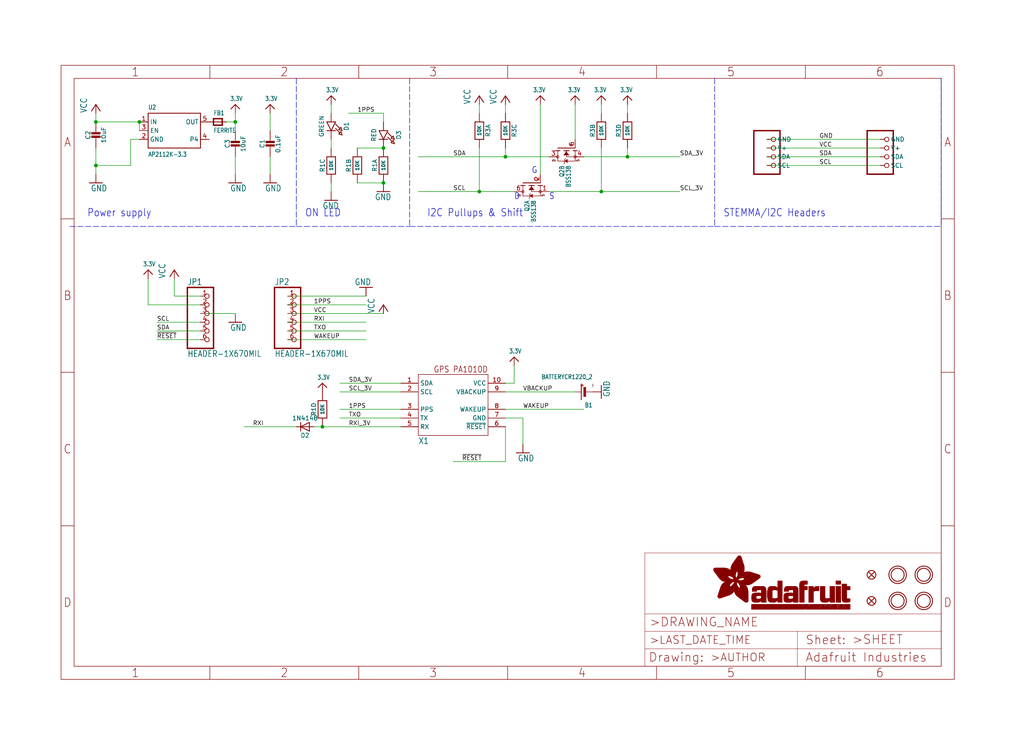
<source format=kicad_sch>
(kicad_sch (version 20211123) (generator eeschema)
  (paper "User" 298.45 217.881)
  (lib_symbols
    (symbol "eagleSchem-eagle-import:3.3V" (power)
      (property "Value" "3.3V" (at -1.524 1.016 0))
      (symbol "3.3V_1_0"
        (pin power_in line (at 0 -2.54 90) (length 2.54) (name "3.3V") (number "1"))
      )
    )
    (symbol "eagleSchem-eagle-import:BATTERYCR1220_2"
      (property "Reference" "B" (at -2.54 3.175 0))
      (property "Value" "BATTERYCR1220_2" (at -2.54 -5.08 0))
      (symbol "BATTERYCR1220_2_1_0"
        (text "+" (at 1.27 -1.143 900) (effects (font (size 1.27 1.0795)) (justify right top)))
        (text "-" (at -1.778 -1.143 900) (effects (font (size 1.27 1.0795)) (justify right top)))
        (pin passive line (at 2.54 0 180) (length 0) (name "+") (number "+"))
        (pin passive line (at -2.54 0 0) (length 0) (name "-") (number "-"))
      )
    )
    (symbol "eagleSchem-eagle-import:CAP_CERAMIC0603_NO"
      (property "Reference" "C" (at -2.29 1.25 90))
      (property "Value" "CAP_CERAMIC0603_NO" (at 2.3 1.25 90))
      (symbol "CAP_CERAMIC0603_NO_1_0"
        (pin passive line (at 0 5.08 270) (length 2.54) (name "1") (number "1"))
        (pin passive line (at 0 -2.54 90) (length 2.54) (name "2") (number "2"))
      )
    )
    (symbol "eagleSchem-eagle-import:CAP_CERAMIC0805-NOOUTLINE"
      (property "Reference" "C" (at -2.29 1.25 90))
      (property "Value" "CAP_CERAMIC0805-NOOUTLINE" (at 2.3 1.25 90))
      (symbol "CAP_CERAMIC0805-NOOUTLINE_1_0"
        (pin passive line (at 0 5.08 270) (length 2.54) (name "1") (number "1"))
        (pin passive line (at 0 -2.54 90) (length 2.54) (name "2") (number "2"))
      )
    )
    (symbol "eagleSchem-eagle-import:DIODESOD-323"
      (property "Reference" "D" (at 0 2.54 0))
      (property "Value" "DIODESOD-323" (at 0 -2.5 0))
      (symbol "DIODESOD-323_1_0"
        (pin passive line (at -2.54 0 0) (length 2.54) (name "A") (number "A"))
        (pin passive line (at 2.54 0 180) (length 2.54) (name "C") (number "C"))
      )
    )
    (symbol "eagleSchem-eagle-import:FERRITE-0805NO"
      (property "Reference" "FB" (at -1.27 1.905 0))
      (property "Value" "FERRITE-0805NO" (at -1.27 -3.175 0))
      (symbol "FERRITE-0805NO_1_0"
        (pin passive line (at -2.54 0 0) (length 2.54) (name "P$1") (number "1"))
        (pin passive line (at 2.54 0 180) (length 2.54) (name "P$2") (number "2"))
      )
    )
    (symbol "eagleSchem-eagle-import:FIDUCIAL_1MM")
    (symbol "eagleSchem-eagle-import:FRAME_A4_ADAFRUIT"
      (symbol "FRAME_A4_ADAFRUIT_1_0"
        (text "1" (at 21.6958 1.905 0) (effects (font (size 2.54 2.286))))
        (text "1" (at 21.6958 177.165 0) (effects (font (size 2.54 2.286))))
        (text "2" (at 65.0875 1.905 0) (effects (font (size 2.54 2.286))))
        (text "2" (at 65.0875 177.165 0) (effects (font (size 2.54 2.286))))
        (text "3" (at 108.4792 1.905 0) (effects (font (size 2.54 2.286))))
        (text "3" (at 108.4792 177.165 0) (effects (font (size 2.54 2.286))))
        (text "4" (at 151.8708 1.905 0) (effects (font (size 2.54 2.286))))
        (text "4" (at 151.8708 177.165 0) (effects (font (size 2.54 2.286))))
        (text "5" (at 195.2625 1.905 0) (effects (font (size 2.54 2.286))))
        (text "5" (at 195.2625 177.165 0) (effects (font (size 2.54 2.286))))
        (text "6" (at 238.6542 1.905 0) (effects (font (size 2.54 2.286))))
        (text "6" (at 238.6542 177.165 0) (effects (font (size 2.54 2.286))))
        (text ">AUTHOR" (at 189.23 5.08 0) (effects (font (size 2.286 2.286)) (justify left bottom)))
        (text ">DRAWING_NAME" (at 171.45 15.24 0) (effects (font (size 2.54 2.54)) (justify left bottom)))
        (text ">LAST_DATE_TIME" (at 171.45 10.16 0) (effects (font (size 2.286 2.286)) (justify left bottom)))
        (text ">SHEET" (at 230.505 10.16 0) (effects (font (size 2.54 2.54)) (justify left bottom)))
        (text "A" (at 1.905 156.6863 0) (effects (font (size 2.54 2.286))))
        (text "A" (at 258.445 156.6863 0) (effects (font (size 2.54 2.286))))
        (text "Adafruit Industries" (at 216.916 4.953 0) (effects (font (size 2.54 2.54)) (justify left bottom)))
        (text "B" (at 1.905 111.9188 0) (effects (font (size 2.54 2.286))))
        (text "B" (at 258.445 111.9188 0) (effects (font (size 2.54 2.286))))
        (text "C" (at 1.905 67.1513 0) (effects (font (size 2.54 2.286))))
        (text "C" (at 258.445 67.1513 0) (effects (font (size 2.54 2.286))))
        (text "D" (at 1.905 22.3838 0) (effects (font (size 2.54 2.286))))
        (text "D" (at 258.445 22.3838 0) (effects (font (size 2.54 2.286))))
        (text "Drawing:" (at 171.196 4.953 0) (effects (font (size 2.54 2.54)) (justify left bottom)))
        (text "Sheet:" (at 216.916 10.033 0) (effects (font (size 2.54 2.54)) (justify left bottom)))
      )
    )
    (symbol "eagleSchem-eagle-import:GND" (power)
      (property "Value" "GND" (at -2.54 -2.54 0))
      (symbol "GND_1_0"
        (pin power_in line (at 0 2.54 270) (length 2.54) (name "GND") (number "1"))
      )
    )
    (symbol "eagleSchem-eagle-import:GPS_PA1010D"
      (property "Reference" "X" (at -10.16 -10.16 0))
      (symbol "GPS_PA1010D_1_0"
        (text "GPS PA1010D" (at 10.16 12.7 0) (effects (font (size 1.778 1.5113)) (justify right top)))
        (pin bidirectional line (at -15.24 7.62 0) (length 5.08) (name "SDA") (number "1"))
        (pin power_in line (at 15.24 7.62 180) (length 5.08) (name "VCC") (number "10"))
        (pin bidirectional line (at -15.24 5.08 0) (length 5.08) (name "SCL") (number "2"))
        (pin output line (at -15.24 0 0) (length 5.08) (name "PPS") (number "3"))
        (pin output line (at -15.24 -2.54 0) (length 5.08) (name "TX") (number "4"))
        (pin input line (at -15.24 -5.08 0) (length 5.08) (name "RX") (number "5"))
        (pin input line (at 15.24 -5.08 180) (length 5.08) (name "~{RESET}") (number "6"))
        (pin power_in line (at 15.24 -2.54 180) (length 5.08) (name "GND") (number "7"))
        (pin input line (at 15.24 0 180) (length 5.08) (name "WAKEUP") (number "8"))
        (pin power_in line (at 15.24 5.08 180) (length 5.08) (name "VBACKUP") (number "9"))
      )
    )
    (symbol "eagleSchem-eagle-import:HEADER-1X670MIL"
      (property "Reference" "JP" (at -6.35 10.795 0))
      (property "Value" "HEADER-1X670MIL" (at -6.35 -10.16 0))
      (symbol "HEADER-1X670MIL_1_0"
        (pin passive inverted (at -2.54 7.62 0) (length 2.54) (name "1") (number "1"))
        (pin passive inverted (at -2.54 5.08 0) (length 2.54) (name "2") (number "2"))
        (pin passive inverted (at -2.54 2.54 0) (length 2.54) (name "3") (number "3"))
        (pin passive inverted (at -2.54 0 0) (length 2.54) (name "4") (number "4"))
        (pin passive inverted (at -2.54 -2.54 0) (length 2.54) (name "5") (number "5"))
        (pin passive inverted (at -2.54 -5.08 0) (length 2.54) (name "6") (number "6"))
      )
    )
    (symbol "eagleSchem-eagle-import:LED0603_NOOUTLINE"
      (property "Reference" "D" (at -1.27 4.445 0))
      (property "Value" "LED0603_NOOUTLINE" (at -1.27 -2.794 0))
      (symbol "LED0603_NOOUTLINE_1_0"
        (pin passive line (at -5.08 0 0) (length 2.54) (name "A") (number "A"))
        (pin passive line (at 2.54 0 180) (length 2.54) (name "C") (number "C"))
      )
    )
    (symbol "eagleSchem-eagle-import:MOSFET-N_DUAL"
      (property "Reference" "Q" (at 5.08 0.635 0))
      (property "Value" "MOSFET-N_DUAL" (at 5.08 -1.27 0))
      (symbol "MOSFET-N_DUAL_1_0"
        (text "D" (at 3.175 3.175 0) (effects (font (size 0.8128 0.6908)) (justify left bottom)))
        (text "G" (at -1.27 -1.905 0) (effects (font (size 0.8128 0.6908)) (justify left bottom)))
        (text "S" (at 3.175 -3.81 0) (effects (font (size 0.8128 0.6908)) (justify left bottom)))
        (pin bidirectional line (at 2.54 -5.08 90) (length 2.54) (name "S") (number "1"))
        (pin bidirectional line (at -2.54 -2.54 0) (length 2.54) (name "G") (number "2"))
        (pin bidirectional line (at 2.54 5.08 270) (length 2.54) (name "D") (number "6"))
      )
      (symbol "MOSFET-N_DUAL_2_0"
        (text "D" (at 3.175 3.175 0) (effects (font (size 0.8128 0.6908)) (justify left bottom)))
        (text "G" (at -1.27 -1.905 0) (effects (font (size 0.8128 0.6908)) (justify left bottom)))
        (text "S" (at 3.175 -3.81 0) (effects (font (size 0.8128 0.6908)) (justify left bottom)))
        (pin bidirectional line (at 2.54 5.08 270) (length 2.54) (name "D") (number "3"))
        (pin bidirectional line (at 2.54 -5.08 90) (length 2.54) (name "S") (number "4"))
        (pin bidirectional line (at -2.54 -2.54 0) (length 2.54) (name "G") (number "5"))
      )
    )
    (symbol "eagleSchem-eagle-import:MOUNTINGHOLE2.5")
    (symbol "eagleSchem-eagle-import:RESISTOR_4PACK"
      (property "Reference" "R" (at 0 2.54 0))
      (property "Value" "RESISTOR_4PACK" (at 0 0 0))
      (symbol "RESISTOR_4PACK_1_0"
        (pin passive line (at -5.08 0 0) (length 2.54) (name "1") (number "1"))
        (pin passive line (at 5.08 0 180) (length 2.54) (name "2") (number "8"))
      )
      (symbol "RESISTOR_4PACK_2_0"
        (pin passive line (at -5.08 0 0) (length 2.54) (name "1") (number "2"))
        (pin passive line (at 5.08 0 180) (length 2.54) (name "2") (number "7"))
      )
      (symbol "RESISTOR_4PACK_3_0"
        (pin passive line (at -5.08 0 0) (length 2.54) (name "1") (number "3"))
        (pin passive line (at 5.08 0 180) (length 2.54) (name "2") (number "6"))
      )
      (symbol "RESISTOR_4PACK_4_0"
        (pin passive line (at -5.08 0 0) (length 2.54) (name "1") (number "4"))
        (pin passive line (at 5.08 0 180) (length 2.54) (name "2") (number "5"))
      )
    )
    (symbol "eagleSchem-eagle-import:STEMMA_I2C_QT"
      (symbol "STEMMA_I2C_QT_1_0"
        (pin passive inverted (at 0 5.08 0) (length 2.54) (name "GND") (number "1"))
        (pin passive inverted (at 0 2.54 0) (length 2.54) (name "V+") (number "2"))
        (pin passive inverted (at 0 0 0) (length 2.54) (name "SDA") (number "3"))
        (pin passive inverted (at 0 -2.54 0) (length 2.54) (name "SCL") (number "4"))
      )
      (symbol "STEMMA_I2C_QT_2_0"
        (pin bidirectional line (at 0 0 0) (length 5.08) (name "MT") (number "MT1"))
      )
      (symbol "STEMMA_I2C_QT_3_0"
        (pin bidirectional line (at 0 0 0) (length 5.08) (name "MT") (number "MT2"))
      )
    )
    (symbol "eagleSchem-eagle-import:VCC" (power)
      (property "Value" "VCC" (at -2.54 -2.54 90))
      (symbol "VCC_1_0"
        (pin power_in line (at 0 -2.54 90) (length 2.54) (name "VCC") (number "1"))
      )
    )
    (symbol "eagleSchem-eagle-import:VREG_SOT23-5"
      (property "Reference" "U" (at -7.62 6.096 0))
      (property "Value" "VREG_SOT23-5" (at -7.62 -7.62 0))
      (symbol "VREG_SOT23-5_1_0"
        (pin power_in line (at -10.16 2.54 0) (length 2.54) (name "IN") (number "1"))
        (pin power_in line (at -10.16 -2.54 0) (length 2.54) (name "GND") (number "2"))
        (pin input line (at -10.16 0 0) (length 2.54) (name "EN") (number "3"))
        (pin bidirectional line (at 10.16 -2.54 180) (length 2.54) (name "P4") (number "4"))
        (pin power_in line (at 10.16 2.54 180) (length 2.54) (name "OUT") (number "5"))
      )
    )
  )
  (junction (at 40.64 35.56))
  (junction (at 139.7 55.88))
  (junction (at 27.94 48.26))
  (junction (at 182.88 45.72))
  (junction (at 111.76 43.18))
  (junction (at 68.58 35.56))
  (junction (at 111.76 53.34))
  (junction (at 27.94 35.56))
  (junction (at 147.32 45.72))
  (junction (at 93.98 124.46))
  (junction (at 175.26 55.88))
  (wire (pts (xy 152.4 121.92) (xy 152.4 129.54)))
  (wire (pts (xy 83.82 86.36) (xy 106.68 86.36)))
  (wire (pts (xy 101.6 33.02) (xy 111.76 33.02)))
  (wire (pts (xy 27.94 33.02) (xy 27.94 35.56)))
  (polyline (pts (xy 86.36 22.86) (xy 86.36 66.04)))
  (wire (pts (xy 66.04 35.56) (xy 68.58 35.56)))
  (wire (pts (xy 38.1 48.26) (xy 27.94 48.26)))
  (wire (pts (xy 160.02 55.88) (xy 175.26 55.88)))
  (wire (pts (xy 58.42 88.9) (xy 43.18 88.9)))
  (wire (pts (xy 175.26 55.88) (xy 198.12 55.88)))
  (wire (pts (xy 223.52 43.18) (xy 256.54 43.18)))
  (wire (pts (xy 139.7 55.88) (xy 121.92 55.88)))
  (polyline (pts (xy 119.38 66.04) (xy 208.28 66.04)))
  (wire (pts (xy 78.74 33.02) (xy 78.74 38.1)))
  (wire (pts (xy 104.14 43.18) (xy 111.76 43.18)))
  (polyline (pts (xy 208.28 22.86) (xy 208.28 66.04)))
  (wire (pts (xy 58.42 99.06) (xy 45.72 99.06)))
  (wire (pts (xy 99.06 121.92) (xy 116.84 121.92)))
  (wire (pts (xy 106.68 96.52) (xy 83.82 96.52)))
  (wire (pts (xy 68.58 33.02) (xy 68.58 35.56)))
  (wire (pts (xy 58.42 93.98) (xy 45.72 93.98)))
  (wire (pts (xy 116.84 119.38) (xy 99.06 119.38)))
  (wire (pts (xy 58.42 86.36) (xy 50.8 86.36)))
  (wire (pts (xy 40.64 40.64) (xy 38.1 40.64)))
  (wire (pts (xy 78.74 45.72) (xy 78.74 50.8)))
  (wire (pts (xy 147.32 121.92) (xy 152.4 121.92)))
  (wire (pts (xy 96.52 43.18) (xy 96.52 40.64)))
  (wire (pts (xy 147.32 134.62) (xy 132.08 134.62)))
  (wire (pts (xy 116.84 124.46) (xy 93.98 124.46)))
  (wire (pts (xy 147.32 124.46) (xy 147.32 134.62)))
  (wire (pts (xy 147.32 33.02) (xy 147.32 30.48)))
  (wire (pts (xy 40.64 35.56) (xy 27.94 35.56)))
  (polyline (pts (xy 119.38 22.86) (xy 119.38 66.04)))
  (wire (pts (xy 86.36 124.46) (xy 71.12 124.46)))
  (wire (pts (xy 83.82 88.9) (xy 106.68 88.9)))
  (wire (pts (xy 147.32 111.76) (xy 149.86 111.76)))
  (wire (pts (xy 43.18 88.9) (xy 43.18 81.28)))
  (wire (pts (xy 147.32 45.72) (xy 121.92 45.72)))
  (wire (pts (xy 68.58 35.56) (xy 68.58 38.1)))
  (wire (pts (xy 96.52 53.34) (xy 96.52 55.88)))
  (wire (pts (xy 27.94 48.26) (xy 27.94 43.18)))
  (polyline (pts (xy 86.36 66.04) (xy 119.38 66.04)))
  (wire (pts (xy 139.7 43.18) (xy 139.7 55.88)))
  (wire (pts (xy 68.58 45.72) (xy 68.58 50.8)))
  (polyline (pts (xy 20.32 66.04) (xy 86.36 66.04)))
  (wire (pts (xy 175.26 33.02) (xy 175.26 30.48)))
  (wire (pts (xy 167.64 40.64) (xy 167.64 30.48)))
  (wire (pts (xy 149.86 111.76) (xy 149.86 106.68)))
  (wire (pts (xy 111.76 35.56) (xy 111.76 33.02)))
  (wire (pts (xy 38.1 40.64) (xy 38.1 48.26)))
  (wire (pts (xy 182.88 43.18) (xy 182.88 45.72)))
  (wire (pts (xy 256.54 45.72) (xy 223.52 45.72)))
  (wire (pts (xy 58.42 91.44) (xy 68.58 91.44)))
  (wire (pts (xy 147.32 119.38) (xy 170.18 119.38)))
  (wire (pts (xy 99.06 114.3) (xy 116.84 114.3)))
  (wire (pts (xy 149.86 55.88) (xy 139.7 55.88)))
  (wire (pts (xy 58.42 96.52) (xy 45.72 96.52)))
  (wire (pts (xy 83.82 93.98) (xy 106.68 93.98)))
  (wire (pts (xy 223.52 48.26) (xy 256.54 48.26)))
  (wire (pts (xy 116.84 111.76) (xy 99.06 111.76)))
  (wire (pts (xy 27.94 48.26) (xy 27.94 50.8)))
  (wire (pts (xy 40.64 38.1) (xy 40.64 35.56)))
  (wire (pts (xy 83.82 91.44) (xy 111.76 91.44)))
  (wire (pts (xy 111.76 53.34) (xy 104.14 53.34)))
  (wire (pts (xy 50.8 86.36) (xy 50.8 81.28)))
  (polyline (pts (xy 208.28 66.04) (xy 274.32 66.04)))
  (polyline (pts (xy 274.32 22.86) (xy 274.32 66.04)))
  (wire (pts (xy 139.7 30.48) (xy 139.7 33.02)))
  (wire (pts (xy 93.98 124.46) (xy 91.44 124.46)))
  (wire (pts (xy 147.32 43.18) (xy 147.32 45.72)))
  (wire (pts (xy 182.88 45.72) (xy 198.12 45.72)))
  (wire (pts (xy 157.48 50.8) (xy 157.48 30.48)))
  (wire (pts (xy 175.26 43.18) (xy 175.26 55.88)))
  (wire (pts (xy 256.54 40.64) (xy 223.52 40.64)))
  (wire (pts (xy 170.18 45.72) (xy 182.88 45.72)))
  (wire (pts (xy 96.52 33.02) (xy 96.52 30.48)))
  (wire (pts (xy 182.88 33.02) (xy 182.88 30.48)))
  (wire (pts (xy 83.82 99.06) (xy 106.68 99.06)))
  (wire (pts (xy 147.32 114.3) (xy 167.64 114.3)))
  (wire (pts (xy 160.02 45.72) (xy 147.32 45.72)))
  (text "I2C Pullups & Shift" (at 124.46 63.5 180) (effects (font (size 2.1844 1.8567)) (justify left bottom)))
  (text "D" (at 149.86 58.42 180) (effects (font (size 1.778 1.5113)) (justify left bottom)))
  (text "G" (at 154.94 50.8 180) (effects (font (size 1.778 1.5113)) (justify left bottom)))
  (text "Power supply" (at 25.4 63.5 180) (effects (font (size 2.1844 1.8567)) (justify left bottom)))
  (text "S" (at 160.02 58.42 180) (effects (font (size 1.778 1.5113)) (justify left bottom)))
  (text "ON LED" (at 88.9 63.5 180) (effects (font (size 2.1844 1.8567)) (justify left bottom)))
  (text "STEMMA/I2C Headers" (at 210.82 63.5 180) (effects (font (size 2.1844 1.8567)) (justify left bottom)))
  (label "VCC" (at 91.44 91.44 0) (effects (font (size 1.2446 1.2446))))
  (label "GND" (at 238.76 40.64 0) (effects (font (size 1.2446 1.2446))))
  (label "SCL" (at 132.08 55.88 0) (effects (font (size 1.2446 1.2446))))
  (label "TXO" (at 91.44 96.52 0) (effects (font (size 1.2446 1.2446))))
  (label "SDA_3V" (at 101.6 111.76 0) (effects (font (size 1.2446 1.2446))))
  (label "SCL" (at 238.76 48.26 0) (effects (font (size 1.2446 1.2446))))
  (label "1PPS" (at 101.6 119.38 0) (effects (font (size 1.2446 1.2446))))
  (label "RXI" (at 91.44 93.98 0) (effects (font (size 1.2446 1.2446))))
  (label "SCL_3V" (at 101.6 114.3 0) (effects (font (size 1.2446 1.2446))))
  (label "~{RESET}" (at 134.62 134.62 0) (effects (font (size 1.2446 1.2446))))
  (label "SDA_3V" (at 198.12 45.72 0) (effects (font (size 1.2446 1.2446))))
  (label "~{RESET}" (at 45.72 99.06 0) (effects (font (size 1.2446 1.2446))))
  (label "VBACKUP" (at 152.4 114.3 0) (effects (font (size 1.2446 1.2446))))
  (label "TXO" (at 101.6 121.92 0) (effects (font (size 1.2446 1.2446))))
  (label "SDA" (at 238.76 45.72 0) (effects (font (size 1.2446 1.2446))))
  (label "1PPS" (at 91.44 88.9 0) (effects (font (size 1.2446 1.2446))))
  (label "WAKEUP" (at 91.44 99.06 0) (effects (font (size 1.2446 1.2446))))
  (label "SCL_3V" (at 198.12 55.88 0) (effects (font (size 1.2446 1.2446))))
  (label "WAKEUP" (at 152.4 119.38 0) (effects (font (size 1.2446 1.2446))))
  (label "RXI" (at 73.66 124.46 0) (effects (font (size 1.2446 1.2446))))
  (label "SCL" (at 45.72 93.98 0) (effects (font (size 1.2446 1.2446))))
  (label "RXI_3V" (at 101.6 124.46 0) (effects (font (size 1.2446 1.2446))))
  (label "SDA" (at 132.08 45.72 0) (effects (font (size 1.2446 1.2446))))
  (label "VCC" (at 238.76 43.18 0) (effects (font (size 1.2446 1.2446))))
  (label "SDA" (at 45.72 96.52 0) (effects (font (size 1.2446 1.2446))))
  (label "1PPS" (at 104.14 33.02 0) (effects (font (size 1.2446 1.2446))))
  (symbol (lib_id "eagleSchem-eagle-import:3.3V") (at 96.52 27.94 0) (unit 1)
    (property "Reference" "#U$3" (effects hide))
    (property "Value" "3.3V" (at 94.996 26.924 0) (effects (font (size 1.27 1.0795)) (justify left bottom)))
    (property "Footprint" "eagleSchem:" (effects hide))
  )
  (symbol (lib_id "eagleSchem-eagle-import:RESISTOR_4PACK") (at 139.7 38.1 270) (unit 1)
    (property "Reference" "R3" (at 142.24 38.1 0))
    (property "Value" "10K" (at 139.7 38.1 0) (effects (font (size 1.016 1.016) bold)))
    (property "Footprint" "eagleSchem:RESPACK_4X0603" (effects hide))
  )
  (symbol (lib_id "eagleSchem-eagle-import:GND") (at 152.4 132.08 0) (unit 1)
    (property "Reference" "#U$4" (effects hide))
    (property "Value" "GND" (at 150.876 134.62 0) (effects (font (size 1.778 1.5113)) (justify left bottom)))
    (property "Footprint" "eagleSchem:" (effects hide))
  )
  (symbol (lib_id "eagleSchem-eagle-import:3.3V") (at 78.74 30.48 0) (unit 1)
    (property "Reference" "#U$14" (effects hide))
    (property "Value" "3.3V" (at 77.216 29.464 0) (effects (font (size 1.27 1.0795)) (justify left bottom)))
    (property "Footprint" "eagleSchem:" (effects hide))
  )
  (symbol (lib_id "eagleSchem-eagle-import:FERRITE-0805NO") (at 63.5 35.56 0) (unit 1)
    (property "Reference" "FB1" (at 62.23 33.655 0) (effects (font (size 1.27 1.0795)) (justify left bottom)))
    (property "Value" "FERRITE" (at 62.23 38.735 0) (effects (font (size 1.27 1.0795)) (justify left bottom)))
    (property "Footprint" "eagleSchem:0805-NO" (effects hide))
  )
  (symbol (lib_id "eagleSchem-eagle-import:CAP_CERAMIC0603_NO") (at 78.74 43.18 0) (unit 1)
    (property "Reference" "C1" (at 76.45 41.93 90))
    (property "Value" "0.1uF" (at 81.04 41.93 90))
    (property "Footprint" "eagleSchem:0603-NO" (effects hide))
  )
  (symbol (lib_id "eagleSchem-eagle-import:GND") (at 175.26 114.3 90) (unit 1)
    (property "Reference" "#U$11" (effects hide))
    (property "Value" "GND" (at 177.8 115.824 0) (effects (font (size 1.778 1.5113)) (justify left bottom)))
    (property "Footprint" "eagleSchem:" (effects hide))
  )
  (symbol (lib_id "eagleSchem-eagle-import:FRAME_A4_ADAFRUIT") (at 17.78 198.12 0) (unit 1)
    (property "Reference" "#U$18" (effects hide))
    (property "Value" "FRAME_A4_ADAFRUIT" (effects hide))
    (property "Footprint" "eagleSchem:" (effects hide))
  )
  (symbol (lib_id "eagleSchem-eagle-import:VREG_SOT23-5") (at 50.8 38.1 0) (unit 1)
    (property "Reference" "U2" (at 43.18 32.004 0) (effects (font (size 1.27 1.0795)) (justify left bottom)))
    (property "Value" "AP2112K-3.3" (at 43.18 45.72 0) (effects (font (size 1.27 1.0795)) (justify left bottom)))
    (property "Footprint" "eagleSchem:SOT23-5" (effects hide))
  )
  (symbol (lib_id "eagleSchem-eagle-import:3.3V") (at 167.64 27.94 0) (mirror y) (unit 1)
    (property "Reference" "#U$23" (effects hide))
    (property "Value" "3.3V" (at 169.164 26.924 0) (effects (font (size 1.27 1.0795)) (justify left bottom)))
    (property "Footprint" "eagleSchem:" (effects hide))
  )
  (symbol (lib_id "eagleSchem-eagle-import:CAP_CERAMIC0805-NOOUTLINE") (at 68.58 43.18 0) (unit 1)
    (property "Reference" "C3" (at 66.29 41.93 90))
    (property "Value" "10uF" (at 70.88 41.93 90))
    (property "Footprint" "eagleSchem:0805-NO" (effects hide))
  )
  (symbol (lib_id "eagleSchem-eagle-import:VCC") (at 50.8 78.74 0) (unit 1)
    (property "Reference" "#P+4" (effects hide))
    (property "Value" "VCC" (at 48.26 81.28 90) (effects (font (size 1.778 1.5113)) (justify left bottom)))
    (property "Footprint" "eagleSchem:" (effects hide))
  )
  (symbol (lib_id "eagleSchem-eagle-import:GND") (at 68.58 93.98 0) (unit 1)
    (property "Reference" "#U$10" (effects hide))
    (property "Value" "GND" (at 67.056 96.52 0) (effects (font (size 1.778 1.5113)) (justify left bottom)))
    (property "Footprint" "eagleSchem:" (effects hide))
  )
  (symbol (lib_id "eagleSchem-eagle-import:FIDUCIAL_1MM") (at 254 167.64 0) (unit 1)
    (property "Reference" "FID4" (effects hide))
    (property "Value" "FIDUCIAL_1MM" (effects hide))
    (property "Footprint" "eagleSchem:FIDUCIAL_1MM" (effects hide))
  )
  (symbol (lib_id "eagleSchem-eagle-import:GND") (at 27.94 53.34 0) (unit 1)
    (property "Reference" "#U$13" (effects hide))
    (property "Value" "GND" (at 26.416 55.88 0) (effects (font (size 1.778 1.5113)) (justify left bottom)))
    (property "Footprint" "eagleSchem:" (effects hide))
  )
  (symbol (lib_id "eagleSchem-eagle-import:LED0603_NOOUTLINE") (at 96.52 38.1 270) (unit 1)
    (property "Reference" "D1" (at 100.965 36.83 0))
    (property "Value" "GREEN" (at 93.726 36.83 0))
    (property "Footprint" "eagleSchem:CHIPLED_0603_NOOUTLINE" (effects hide))
  )
  (symbol (lib_id "eagleSchem-eagle-import:CAP_CERAMIC0805-NOOUTLINE") (at 27.94 40.64 0) (unit 1)
    (property "Reference" "C2" (at 25.65 39.39 90))
    (property "Value" "10uF" (at 30.24 39.39 90))
    (property "Footprint" "eagleSchem:0805-NO" (effects hide))
  )
  (symbol (lib_id "eagleSchem-eagle-import:FIDUCIAL_1MM") (at 254 175.26 0) (unit 1)
    (property "Reference" "FID3" (effects hide))
    (property "Value" "FIDUCIAL_1MM" (effects hide))
    (property "Footprint" "eagleSchem:FIDUCIAL_1MM" (effects hide))
  )
  (symbol (lib_id "eagleSchem-eagle-import:GND") (at 111.76 55.88 0) (unit 1)
    (property "Reference" "#GND1" (effects hide))
    (property "Value" "GND" (at 109.22 58.42 0) (effects (font (size 1.778 1.5113)) (justify left bottom)))
    (property "Footprint" "eagleSchem:" (effects hide))
  )
  (symbol (lib_id "eagleSchem-eagle-import:HEADER-1X670MIL") (at 86.36 93.98 0) (unit 1)
    (property "Reference" "JP2" (at 80.01 83.185 0) (effects (font (size 1.778 1.5113)) (justify left bottom)))
    (property "Value" "HEADER-1X670MIL" (at 80.01 104.14 0) (effects (font (size 1.778 1.5113)) (justify left bottom)))
    (property "Footprint" "eagleSchem:1X06_ROUND_70" (effects hide))
  )
  (symbol (lib_id "eagleSchem-eagle-import:RESISTOR_4PACK") (at 93.98 119.38 90) (mirror x) (unit 4)
    (property "Reference" "R1" (at 91.44 119.38 0))
    (property "Value" "10K" (at 93.98 119.38 0) (effects (font (size 1.016 1.016) bold)))
    (property "Footprint" "eagleSchem:RESPACK_4X0603" (effects hide))
  )
  (symbol (lib_id "eagleSchem-eagle-import:3.3V") (at 43.18 78.74 0) (unit 1)
    (property "Reference" "#U$16" (effects hide))
    (property "Value" "3.3V" (at 41.656 77.724 0) (effects (font (size 1.27 1.0795)) (justify left bottom)))
    (property "Footprint" "eagleSchem:" (effects hide))
  )
  (symbol (lib_id "eagleSchem-eagle-import:STEMMA_I2C_QT") (at 256.54 45.72 0) (unit 1)
    (property "Reference" "CONN4" (effects hide))
    (property "Value" "STEMMA_I2C_QT" (effects hide))
    (property "Footprint" "eagleSchem:JST_SH4" (effects hide))
  )
  (symbol (lib_id "eagleSchem-eagle-import:3.3V") (at 93.98 111.76 0) (unit 1)
    (property "Reference" "#U$9" (effects hide))
    (property "Value" "3.3V" (at 92.456 110.744 0) (effects (font (size 1.27 1.0795)) (justify left bottom)))
    (property "Footprint" "eagleSchem:" (effects hide))
  )
  (symbol (lib_id "eagleSchem-eagle-import:RESISTOR_4PACK") (at 147.32 38.1 270) (unit 3)
    (property "Reference" "R3" (at 149.86 38.1 0))
    (property "Value" "10K" (at 147.32 38.1 0) (effects (font (size 1.016 1.016) bold)))
    (property "Footprint" "eagleSchem:RESPACK_4X0603" (effects hide))
  )
  (symbol (lib_id "eagleSchem-eagle-import:DIODESOD-323") (at 88.9 124.46 180) (unit 1)
    (property "Reference" "D2" (at 88.9 127 0))
    (property "Value" "1N4148" (at 88.9 121.96 0))
    (property "Footprint" "eagleSchem:SOD-323" (effects hide))
  )
  (symbol (lib_id "eagleSchem-eagle-import:GND") (at 78.74 53.34 0) (unit 1)
    (property "Reference" "#U$6" (effects hide))
    (property "Value" "GND" (at 77.216 55.88 0) (effects (font (size 1.778 1.5113)) (justify left bottom)))
    (property "Footprint" "eagleSchem:" (effects hide))
  )
  (symbol (lib_id "eagleSchem-eagle-import:STEMMA_I2C_QT") (at 223.52 45.72 0) (unit 1)
    (property "Reference" "CONN3" (effects hide))
    (property "Value" "STEMMA_I2C_QT" (effects hide))
    (property "Footprint" "eagleSchem:JST_SH4" (effects hide))
  )
  (symbol (lib_id "eagleSchem-eagle-import:3.3V") (at 182.88 27.94 0) (mirror y) (unit 1)
    (property "Reference" "#U$7" (effects hide))
    (property "Value" "3.3V" (at 184.404 26.924 0) (effects (font (size 1.27 1.0795)) (justify left bottom)))
    (property "Footprint" "eagleSchem:" (effects hide))
  )
  (symbol (lib_id "eagleSchem-eagle-import:RESISTOR_4PACK") (at 96.52 48.26 90) (unit 3)
    (property "Reference" "R1" (at 93.98 48.26 0))
    (property "Value" "10K" (at 96.52 48.26 0) (effects (font (size 1.016 1.016) bold)))
    (property "Footprint" "eagleSchem:RESPACK_4X0603" (effects hide))
  )
  (symbol (lib_id "eagleSchem-eagle-import:3.3V") (at 68.58 30.48 0) (unit 1)
    (property "Reference" "#U$15" (effects hide))
    (property "Value" "3.3V" (at 67.056 29.464 0) (effects (font (size 1.27 1.0795)) (justify left bottom)))
    (property "Footprint" "eagleSchem:" (effects hide))
  )
  (symbol (lib_id "eagleSchem-eagle-import:RESISTOR_4PACK") (at 175.26 38.1 90) (mirror x) (unit 2)
    (property "Reference" "R3" (at 172.72 38.1 0))
    (property "Value" "10K" (at 175.26 38.1 0) (effects (font (size 1.016 1.016) bold)))
    (property "Footprint" "eagleSchem:RESPACK_4X0603" (effects hide))
  )
  (symbol (lib_id "eagleSchem-eagle-import:VCC") (at 147.32 27.94 0) (unit 1)
    (property "Reference" "#P+2" (effects hide))
    (property "Value" "VCC" (at 144.78 30.48 90) (effects (font (size 1.778 1.5113)) (justify left bottom)))
    (property "Footprint" "eagleSchem:" (effects hide))
  )
  (symbol (lib_id "eagleSchem-eagle-import:GPS_PA1010D") (at 132.08 119.38 0) (unit 1)
    (property "Reference" "X1" (at 121.92 129.54 0) (effects (font (size 1.778 1.5113)) (justify left bottom)))
    (property "Value" "GPS_PA1010D" (effects hide))
    (property "Footprint" "eagleSchem:GPS_PA1010D" (effects hide))
  )
  (symbol (lib_id "eagleSchem-eagle-import:MOSFET-N_DUAL") (at 165.1 43.18 90) (mirror x) (unit 2)
    (property "Reference" "Q2" (at 164.465 48.26 0) (effects (font (size 1.27 1.0795)) (justify left bottom)))
    (property "Value" "BSS138" (at 166.37 48.26 0) (effects (font (size 1.27 1.0795)) (justify left bottom)))
    (property "Footprint" "eagleSchem:SOT363" (effects hide))
  )
  (symbol (lib_id "eagleSchem-eagle-import:RESISTOR_4PACK") (at 182.88 38.1 90) (mirror x) (unit 4)
    (property "Reference" "R3" (at 180.34 38.1 0))
    (property "Value" "10K" (at 182.88 38.1 0) (effects (font (size 1.016 1.016) bold)))
    (property "Footprint" "eagleSchem:RESPACK_4X0603" (effects hide))
  )
  (symbol (lib_id "eagleSchem-eagle-import:MOUNTINGHOLE2.5") (at 269.24 175.26 0) (unit 1)
    (property "Reference" "U$21" (effects hide))
    (property "Value" "MOUNTINGHOLE2.5" (effects hide))
    (property "Footprint" "eagleSchem:MOUNTINGHOLE_2.5_PLATED" (effects hide))
  )
  (symbol (lib_id "eagleSchem-eagle-import:MOSFET-N_DUAL") (at 154.94 53.34 90) (mirror x) (unit 1)
    (property "Reference" "Q2" (at 154.305 58.42 0) (effects (font (size 1.27 1.0795)) (justify left bottom)))
    (property "Value" "BSS138" (at 156.21 58.42 0) (effects (font (size 1.27 1.0795)) (justify left bottom)))
    (property "Footprint" "eagleSchem:SOT363" (effects hide))
  )
  (symbol (lib_id "eagleSchem-eagle-import:GND") (at 96.52 58.42 0) (unit 1)
    (property "Reference" "#GND6" (effects hide))
    (property "Value" "GND" (at 93.98 60.96 0) (effects (font (size 1.778 1.5113)) (justify left bottom)))
    (property "Footprint" "eagleSchem:" (effects hide))
  )
  (symbol (lib_id "eagleSchem-eagle-import:GND") (at 68.58 53.34 0) (unit 1)
    (property "Reference" "#U$5" (effects hide))
    (property "Value" "GND" (at 67.056 55.88 0) (effects (font (size 1.778 1.5113)) (justify left bottom)))
    (property "Footprint" "eagleSchem:" (effects hide))
  )
  (symbol (lib_id "eagleSchem-eagle-import:3.3V") (at 149.86 104.14 0) (unit 1)
    (property "Reference" "#U$2" (effects hide))
    (property "Value" "3.3V" (at 148.336 103.124 0) (effects (font (size 1.27 1.0795)) (justify left bottom)))
    (property "Footprint" "eagleSchem:" (effects hide))
  )
  (symbol (lib_id "eagleSchem-eagle-import:VCC") (at 27.94 30.48 0) (unit 1)
    (property "Reference" "#P+3" (effects hide))
    (property "Value" "VCC" (at 25.4 33.02 90) (effects (font (size 1.778 1.5113)) (justify left bottom)))
    (property "Footprint" "eagleSchem:" (effects hide))
  )
  (symbol (lib_id "eagleSchem-eagle-import:RESISTOR_4PACK") (at 104.14 48.26 90) (unit 2)
    (property "Reference" "R1" (at 101.6 48.26 0))
    (property "Value" "10K" (at 104.14 48.26 0) (effects (font (size 1.016 1.016) bold)))
    (property "Footprint" "eagleSchem:RESPACK_4X0603" (effects hide))
  )
  (symbol (lib_id "eagleSchem-eagle-import:LED0603_NOOUTLINE") (at 111.76 40.64 270) (unit 1)
    (property "Reference" "D3" (at 116.205 39.37 0))
    (property "Value" "RED" (at 108.966 39.37 0))
    (property "Footprint" "eagleSchem:CHIPLED_0603_NOOUTLINE" (effects hide))
  )
  (symbol (lib_id "eagleSchem-eagle-import:BATTERYCR1220_2") (at 170.18 114.3 180) (unit 1)
    (property "Reference" "B1" (at 172.72 117.475 0) (effects (font (size 1.27 1.0795)) (justify left bottom)))
    (property "Value" "BATTERYCR1220_2" (at 172.72 109.22 0) (effects (font (size 1.27 1.0795)) (justify left bottom)))
    (property "Footprint" "eagleSchem:CR1220-2" (effects hide))
  )
  (symbol (lib_id "eagleSchem-eagle-import:3.3V") (at 175.26 27.94 0) (mirror y) (unit 1)
    (property "Reference" "#U$24" (effects hide))
    (property "Value" "3.3V" (at 176.784 26.924 0) (effects (font (size 1.27 1.0795)) (justify left bottom)))
    (property "Footprint" "eagleSchem:" (effects hide))
  )
  (symbol (lib_id "eagleSchem-eagle-import:MOUNTINGHOLE2.5") (at 269.24 167.64 0) (unit 1)
    (property "Reference" "U$19" (effects hide))
    (property "Value" "MOUNTINGHOLE2.5" (effects hide))
    (property "Footprint" "eagleSchem:MOUNTINGHOLE_2.5_PLATED" (effects hide))
  )
  (symbol (lib_id "eagleSchem-eagle-import:MOUNTINGHOLE2.5") (at 261.62 175.26 0) (unit 1)
    (property "Reference" "U$1" (effects hide))
    (property "Value" "MOUNTINGHOLE2.5" (effects hide))
    (property "Footprint" "eagleSchem:MOUNTINGHOLE_2.5_PLATED" (effects hide))
  )
  (symbol (lib_id "eagleSchem-eagle-import:GND") (at 106.68 83.82 180) (unit 1)
    (property "Reference" "#U$8" (effects hide))
    (property "Value" "GND" (at 108.204 81.28 0) (effects (font (size 1.778 1.5113)) (justify left bottom)))
    (property "Footprint" "eagleSchem:" (effects hide))
  )
  (symbol (lib_id "eagleSchem-eagle-import:HEADER-1X670MIL") (at 60.96 93.98 0) (unit 1)
    (property "Reference" "JP1" (at 54.61 83.185 0) (effects (font (size 1.778 1.5113)) (justify left bottom)))
    (property "Value" "HEADER-1X670MIL" (at 54.61 104.14 0) (effects (font (size 1.778 1.5113)) (justify left bottom)))
    (property "Footprint" "eagleSchem:1X06_ROUND_70" (effects hide))
  )
  (symbol (lib_id "eagleSchem-eagle-import:3.3V") (at 157.48 27.94 0) (mirror y) (unit 1)
    (property "Reference" "#U$26" (effects hide))
    (property "Value" "3.3V" (at 159.004 26.924 0) (effects (font (size 1.27 1.0795)) (justify left bottom)))
    (property "Footprint" "eagleSchem:" (effects hide))
  )
  (symbol (lib_id "eagleSchem-eagle-import:VCC") (at 111.76 88.9 0) (unit 1)
    (property "Reference" "#P+5" (effects hide))
    (property "Value" "VCC" (at 109.22 91.44 90) (effects (font (size 1.778 1.5113)) (justify left bottom)))
    (property "Footprint" "eagleSchem:" (effects hide))
  )
  (symbol (lib_id "eagleSchem-eagle-import:MOUNTINGHOLE2.5") (at 261.62 167.64 0) (unit 1)
    (property "Reference" "U$17" (effects hide))
    (property "Value" "MOUNTINGHOLE2.5" (effects hide))
    (property "Footprint" "eagleSchem:MOUNTINGHOLE_2.5_PLATED" (effects hide))
  )
  (symbol (lib_id "eagleSchem-eagle-import:VCC") (at 139.7 27.94 0) (unit 1)
    (property "Reference" "#P+1" (effects hide))
    (property "Value" "VCC" (at 137.16 30.48 90) (effects (font (size 1.778 1.5113)) (justify left bottom)))
    (property "Footprint" "eagleSchem:" (effects hide))
  )
  (symbol (lib_id "eagleSchem-eagle-import:RESISTOR_4PACK") (at 111.76 48.26 90) (unit 1)
    (property "Reference" "R1" (at 109.22 48.26 0))
    (property "Value" "10K" (at 111.76 48.26 0) (effects (font (size 1.016 1.016) bold)))
    (property "Footprint" "eagleSchem:RESPACK_4X0603" (effects hide))
  )
)
</source>
